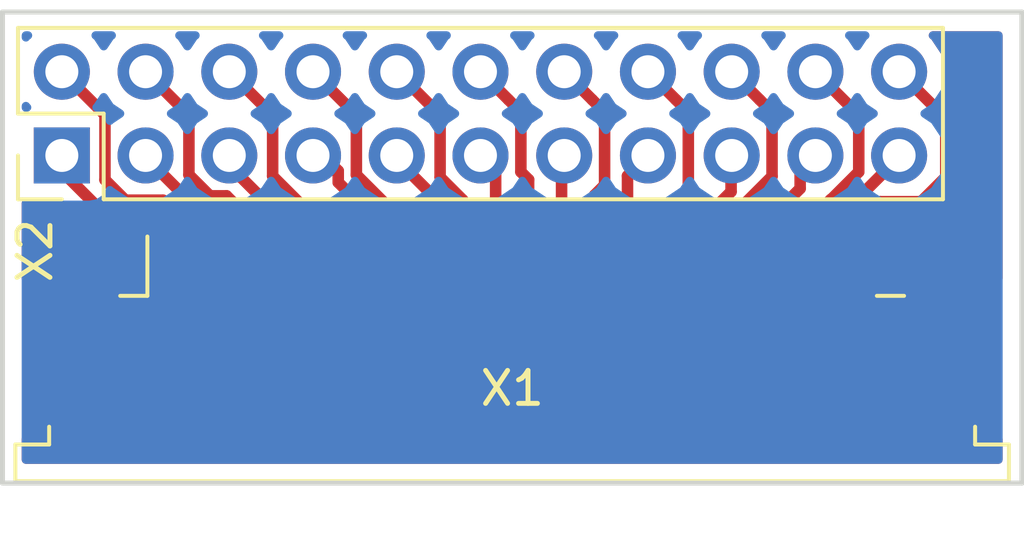
<source format=kicad_pcb>
(kicad_pcb (version 20171130) (host pcbnew 5.0.2-bee76a0~70~ubuntu18.04.1)

  (general
    (thickness 1.6)
    (drawings 6)
    (tracks 101)
    (zones 0)
    (modules 2)
    (nets 24)
  )

  (page A4)
  (layers
    (0 F.Cu signal)
    (31 B.Cu signal)
    (32 B.Adhes user)
    (33 F.Adhes user)
    (34 B.Paste user)
    (35 F.Paste user)
    (36 B.SilkS user)
    (37 F.SilkS user)
    (38 B.Mask user)
    (39 F.Mask user)
    (40 Dwgs.User user)
    (41 Cmts.User user)
    (42 Eco1.User user)
    (43 Eco2.User user)
    (44 Edge.Cuts user)
    (45 Margin user)
    (46 B.CrtYd user)
    (47 F.CrtYd user)
    (48 B.Fab user)
    (49 F.Fab user)
  )

  (setup
    (last_trace_width 0.25)
    (user_trace_width 0.35)
    (user_trace_width 0.4)
    (user_trace_width 0.5)
    (user_trace_width 1)
    (user_trace_width 1.5)
    (user_trace_width 2)
    (trace_clearance 0.2)
    (zone_clearance 0.508)
    (zone_45_only no)
    (trace_min 0.2)
    (segment_width 0.2)
    (edge_width 0.15)
    (via_size 0.8)
    (via_drill 0.4)
    (via_min_size 0.4)
    (via_min_drill 0.3)
    (uvia_size 0.3)
    (uvia_drill 0.1)
    (uvias_allowed no)
    (uvia_min_size 0.2)
    (uvia_min_drill 0.1)
    (pcb_text_width 0.3)
    (pcb_text_size 1.5 1.5)
    (mod_edge_width 0.15)
    (mod_text_size 1 1)
    (mod_text_width 0.15)
    (pad_size 1.524 1.524)
    (pad_drill 0.762)
    (pad_to_mask_clearance 0.051)
    (solder_mask_min_width 0.25)
    (aux_axis_origin 0 0)
    (visible_elements FFFFFF7F)
    (pcbplotparams
      (layerselection 0x010fc_ffffffff)
      (usegerberextensions false)
      (usegerberattributes false)
      (usegerberadvancedattributes false)
      (creategerberjobfile false)
      (excludeedgelayer true)
      (linewidth 0.100000)
      (plotframeref false)
      (viasonmask false)
      (mode 1)
      (useauxorigin false)
      (hpglpennumber 1)
      (hpglpenspeed 20)
      (hpglpendiameter 15.000000)
      (psnegative false)
      (psa4output false)
      (plotreference true)
      (plotvalue true)
      (plotinvisibletext false)
      (padsonsilk false)
      (subtractmaskfromsilk false)
      (outputformat 1)
      (mirror false)
      (drillshape 1)
      (scaleselection 1)
      (outputdirectory ""))
  )

  (net 0 "")
  (net 1 "Net-(X1-Pad1)")
  (net 2 "Net-(X1-Pad2)")
  (net 3 "Net-(X1-Pad3)")
  (net 4 "Net-(X1-Pad4)")
  (net 5 "Net-(X1-Pad5)")
  (net 6 "Net-(X1-Pad6)")
  (net 7 "Net-(X1-Pad7)")
  (net 8 "Net-(X1-Pad8)")
  (net 9 "Net-(X1-Pad9)")
  (net 10 "Net-(X1-Pad10)")
  (net 11 "Net-(X1-Pad11)")
  (net 12 "Net-(X1-Pad12)")
  (net 13 "Net-(X1-Pad13)")
  (net 14 "Net-(X1-Pad14)")
  (net 15 "Net-(X1-Pad15)")
  (net 16 "Net-(X1-Pad16)")
  (net 17 "Net-(X1-Pad17)")
  (net 18 "Net-(X1-Pad18)")
  (net 19 "Net-(X1-Pad19)")
  (net 20 "Net-(X1-Pad20)")
  (net 21 "Net-(X1-Pad21)")
  (net 22 "Net-(X1-Pad22)")
  (net 23 GND)

  (net_class Default "This is the default net class."
    (clearance 0.2)
    (trace_width 0.25)
    (via_dia 0.8)
    (via_drill 0.4)
    (uvia_dia 0.3)
    (uvia_drill 0.1)
    (add_net GND)
    (add_net "Net-(X1-Pad1)")
    (add_net "Net-(X1-Pad10)")
    (add_net "Net-(X1-Pad11)")
    (add_net "Net-(X1-Pad12)")
    (add_net "Net-(X1-Pad13)")
    (add_net "Net-(X1-Pad14)")
    (add_net "Net-(X1-Pad15)")
    (add_net "Net-(X1-Pad16)")
    (add_net "Net-(X1-Pad17)")
    (add_net "Net-(X1-Pad18)")
    (add_net "Net-(X1-Pad19)")
    (add_net "Net-(X1-Pad2)")
    (add_net "Net-(X1-Pad20)")
    (add_net "Net-(X1-Pad21)")
    (add_net "Net-(X1-Pad22)")
    (add_net "Net-(X1-Pad3)")
    (add_net "Net-(X1-Pad4)")
    (add_net "Net-(X1-Pad5)")
    (add_net "Net-(X1-Pad6)")
    (add_net "Net-(X1-Pad7)")
    (add_net "Net-(X1-Pad8)")
    (add_net "Net-(X1-Pad9)")
  )

  (module Connector_FFC-FPC:TE_2-84953-2_1x22-1MP_P1.0mm_Horizontal (layer F.Cu) (tedit 5AEE14E3) (tstamp 5E7C2B08)
    (at 148.58243 99.862898)
    (descr "TE FPC connector, 22 top-side contacts, 1.0mm pitch, 1.0mm height, SMT, http://www.te.com/commerce/DocumentDelivery/DDEController?Action=srchrtrv&DocNm=84953&DocType=Customer+Drawing&DocLang=English&DocFormat=pdf&PartCntxt=84953-4")
    (tags "te fpc 84953")
    (path /5E6E4357)
    (attr smd)
    (fp_text reference X1 (at 0.00508 1.89738) (layer F.SilkS)
      (effects (font (size 1 1) (thickness 0.15)))
    )
    (fp_text value "Molex 52207-2233" (at 0.42926 3.24866) (layer F.Fab)
      (effects (font (size 1 1) (thickness 0.15)))
    )
    (fp_line (start -13.935 -0.8) (end 13.935 -0.8) (layer F.Fab) (width 0.1))
    (fp_line (start 13.935 -0.8) (end 13.935 3.71) (layer F.Fab) (width 0.1))
    (fp_line (start 13.935 3.71) (end 14.96 3.71) (layer F.Fab) (width 0.1))
    (fp_line (start 14.96 3.71) (end 14.96 4.6) (layer F.Fab) (width 0.1))
    (fp_line (start 14.96 4.6) (end -14.96 4.6) (layer F.Fab) (width 0.1))
    (fp_line (start -14.96 4.6) (end -14.96 3.71) (layer F.Fab) (width 0.1))
    (fp_line (start -14.96 3.71) (end -13.935 3.71) (layer F.Fab) (width 0.1))
    (fp_line (start -13.935 3.71) (end -13.935 -0.8) (layer F.Fab) (width 0.1))
    (fp_line (start -11 -0.8) (end -10.5 0.2) (layer F.Fab) (width 0.1))
    (fp_line (start -10.5 0.2) (end -10 -0.8) (layer F.Fab) (width 0.1))
    (fp_line (start 13.935 4.6) (end 13.935 5.61) (layer F.Fab) (width 0.1))
    (fp_line (start 13.935 5.61) (end 14.96 5.61) (layer F.Fab) (width 0.1))
    (fp_line (start 14.96 5.61) (end 14.96 6.5) (layer F.Fab) (width 0.1))
    (fp_line (start 14.96 6.5) (end -14.96 6.5) (layer F.Fab) (width 0.1))
    (fp_line (start -14.96 6.5) (end -14.96 5.61) (layer F.Fab) (width 0.1))
    (fp_line (start -14.96 5.61) (end -13.935 5.61) (layer F.Fab) (width 0.1))
    (fp_line (start -13.935 5.61) (end -13.935 4.6) (layer F.Fab) (width 0.1))
    (fp_line (start 14.045 3.06) (end 14.045 3.6) (layer F.SilkS) (width 0.12))
    (fp_line (start 14.045 3.6) (end 15.07 3.6) (layer F.SilkS) (width 0.12))
    (fp_line (start 15.07 3.6) (end 15.07 4.71) (layer F.SilkS) (width 0.12))
    (fp_line (start 15.07 4.71) (end -15.07 4.71) (layer F.SilkS) (width 0.12))
    (fp_line (start -15.07 4.71) (end -15.07 3.6) (layer F.SilkS) (width 0.12))
    (fp_line (start -15.07 3.6) (end -14.045 3.6) (layer F.SilkS) (width 0.12))
    (fp_line (start -14.045 3.6) (end -14.045 3.06) (layer F.SilkS) (width 0.12))
    (fp_line (start -11.89 -0.91) (end -11.065 -0.91) (layer F.SilkS) (width 0.12))
    (fp_line (start -11.065 -0.91) (end -11.065 -2.71) (layer F.SilkS) (width 0.12))
    (fp_line (start 11.065 -0.91) (end 11.89 -0.91) (layer F.SilkS) (width 0.12))
    (fp_line (start -15.46 -3.3) (end -15.46 7) (layer F.CrtYd) (width 0.05))
    (fp_line (start -15.46 7) (end 15.46 7) (layer F.CrtYd) (width 0.05))
    (fp_line (start 15.46 7) (end 15.46 -3.3) (layer F.CrtYd) (width 0.05))
    (fp_line (start 15.46 -3.3) (end -15.46 -3.3) (layer F.CrtYd) (width 0.05))
    (fp_text user %R (at 0 1.9) (layer F.Fab)
      (effects (font (size 1 1) (thickness 0.15)))
    )
    (pad 1 smd rect (at -10.5 -1.8) (size 0.61 2) (layers F.Cu F.Paste F.Mask)
      (net 1 "Net-(X1-Pad1)"))
    (pad 2 smd rect (at -9.5 -1.8) (size 0.61 2) (layers F.Cu F.Paste F.Mask)
      (net 2 "Net-(X1-Pad2)"))
    (pad 3 smd rect (at -8.5 -1.8) (size 0.61 2) (layers F.Cu F.Paste F.Mask)
      (net 3 "Net-(X1-Pad3)"))
    (pad 4 smd rect (at -7.5 -1.8) (size 0.61 2) (layers F.Cu F.Paste F.Mask)
      (net 4 "Net-(X1-Pad4)"))
    (pad 5 smd rect (at -6.5 -1.8) (size 0.61 2) (layers F.Cu F.Paste F.Mask)
      (net 5 "Net-(X1-Pad5)"))
    (pad 6 smd rect (at -5.5 -1.8) (size 0.61 2) (layers F.Cu F.Paste F.Mask)
      (net 6 "Net-(X1-Pad6)"))
    (pad 7 smd rect (at -4.5 -1.8) (size 0.61 2) (layers F.Cu F.Paste F.Mask)
      (net 7 "Net-(X1-Pad7)"))
    (pad 8 smd rect (at -3.5 -1.8) (size 0.61 2) (layers F.Cu F.Paste F.Mask)
      (net 8 "Net-(X1-Pad8)"))
    (pad 9 smd rect (at -2.5 -1.8) (size 0.61 2) (layers F.Cu F.Paste F.Mask)
      (net 9 "Net-(X1-Pad9)"))
    (pad 10 smd rect (at -1.5 -1.8) (size 0.61 2) (layers F.Cu F.Paste F.Mask)
      (net 10 "Net-(X1-Pad10)"))
    (pad 11 smd rect (at -0.5 -1.8) (size 0.61 2) (layers F.Cu F.Paste F.Mask)
      (net 11 "Net-(X1-Pad11)"))
    (pad 12 smd rect (at 0.5 -1.8) (size 0.61 2) (layers F.Cu F.Paste F.Mask)
      (net 12 "Net-(X1-Pad12)"))
    (pad 13 smd rect (at 1.5 -1.8) (size 0.61 2) (layers F.Cu F.Paste F.Mask)
      (net 13 "Net-(X1-Pad13)"))
    (pad 14 smd rect (at 2.5 -1.8) (size 0.61 2) (layers F.Cu F.Paste F.Mask)
      (net 14 "Net-(X1-Pad14)"))
    (pad 15 smd rect (at 3.5 -1.8) (size 0.61 2) (layers F.Cu F.Paste F.Mask)
      (net 15 "Net-(X1-Pad15)"))
    (pad 16 smd rect (at 4.5 -1.8) (size 0.61 2) (layers F.Cu F.Paste F.Mask)
      (net 16 "Net-(X1-Pad16)"))
    (pad 17 smd rect (at 5.5 -1.8) (size 0.61 2) (layers F.Cu F.Paste F.Mask)
      (net 17 "Net-(X1-Pad17)"))
    (pad 18 smd rect (at 6.5 -1.8) (size 0.61 2) (layers F.Cu F.Paste F.Mask)
      (net 18 "Net-(X1-Pad18)"))
    (pad 19 smd rect (at 7.5 -1.8) (size 0.61 2) (layers F.Cu F.Paste F.Mask)
      (net 19 "Net-(X1-Pad19)"))
    (pad 20 smd rect (at 8.5 -1.8) (size 0.61 2) (layers F.Cu F.Paste F.Mask)
      (net 20 "Net-(X1-Pad20)"))
    (pad 21 smd rect (at 9.5 -1.8) (size 0.61 2) (layers F.Cu F.Paste F.Mask)
      (net 21 "Net-(X1-Pad21)"))
    (pad 22 smd rect (at 10.5 -1.8) (size 0.61 2) (layers F.Cu F.Paste F.Mask)
      (net 22 "Net-(X1-Pad22)"))
    (pad MP smd rect (at -13.49 1) (size 2.68 3.6) (layers F.Cu F.Paste F.Mask)
      (net 23 GND))
    (pad MP smd rect (at 13.49 1) (size 2.68 3.6) (layers F.Cu F.Paste F.Mask)
      (net 23 GND))
    (model ${KISYS3DMOD}/Connector_FFC-FPC.3dshapes/TE_2-84953-2_1x22-1MP_P1.0mm_Horizontal.wrl
      (at (xyz 0 0 0))
      (scale (xyz 1 1 1))
      (rotate (xyz 0 0 0))
    )
  )

  (module Connector_PinHeader_2.54mm:PinHeader_2x11_P2.54mm_Vertical (layer F.Cu) (tedit 59FED5CC) (tstamp 5E7C3773)
    (at 134.92231 94.693998 90)
    (descr "Through hole straight pin header, 2x11, 2.54mm pitch, double rows")
    (tags "Through hole pin header THT 2x11 2.54mm double row")
    (path /5E6E4581)
    (fp_text reference X2 (at -2.88798 -0.81534 90) (layer F.SilkS)
      (effects (font (size 1 1) (thickness 0.15)))
    )
    (fp_text value Conn_01x22 (at 0.04318 28.23718 90) (layer F.Fab)
      (effects (font (size 1 1) (thickness 0.15)))
    )
    (fp_line (start 0 -1.27) (end 3.81 -1.27) (layer F.Fab) (width 0.1))
    (fp_line (start 3.81 -1.27) (end 3.81 26.67) (layer F.Fab) (width 0.1))
    (fp_line (start 3.81 26.67) (end -1.27 26.67) (layer F.Fab) (width 0.1))
    (fp_line (start -1.27 26.67) (end -1.27 0) (layer F.Fab) (width 0.1))
    (fp_line (start -1.27 0) (end 0 -1.27) (layer F.Fab) (width 0.1))
    (fp_line (start -1.33 26.73) (end 3.87 26.73) (layer F.SilkS) (width 0.12))
    (fp_line (start -1.33 1.27) (end -1.33 26.73) (layer F.SilkS) (width 0.12))
    (fp_line (start 3.87 -1.33) (end 3.87 26.73) (layer F.SilkS) (width 0.12))
    (fp_line (start -1.33 1.27) (end 1.27 1.27) (layer F.SilkS) (width 0.12))
    (fp_line (start 1.27 1.27) (end 1.27 -1.33) (layer F.SilkS) (width 0.12))
    (fp_line (start 1.27 -1.33) (end 3.87 -1.33) (layer F.SilkS) (width 0.12))
    (fp_line (start -1.33 0) (end -1.33 -1.33) (layer F.SilkS) (width 0.12))
    (fp_line (start -1.33 -1.33) (end 0 -1.33) (layer F.SilkS) (width 0.12))
    (fp_line (start -1.8 -1.8) (end -1.8 27.2) (layer F.CrtYd) (width 0.05))
    (fp_line (start -1.8 27.2) (end 4.35 27.2) (layer F.CrtYd) (width 0.05))
    (fp_line (start 4.35 27.2) (end 4.35 -1.8) (layer F.CrtYd) (width 0.05))
    (fp_line (start 4.35 -1.8) (end -1.8 -1.8) (layer F.CrtYd) (width 0.05))
    (fp_text user %R (at -2.87782 -0.80772 -90) (layer F.Fab)
      (effects (font (size 1 1) (thickness 0.15)))
    )
    (pad 1 thru_hole rect (at 0 0 90) (size 1.7 1.7) (drill 1) (layers *.Cu *.Mask)
      (net 1 "Net-(X1-Pad1)"))
    (pad 2 thru_hole oval (at 2.54 0 90) (size 1.7 1.7) (drill 1) (layers *.Cu *.Mask)
      (net 2 "Net-(X1-Pad2)"))
    (pad 3 thru_hole oval (at 0 2.54 90) (size 1.7 1.7) (drill 1) (layers *.Cu *.Mask)
      (net 3 "Net-(X1-Pad3)"))
    (pad 4 thru_hole oval (at 2.54 2.54 90) (size 1.7 1.7) (drill 1) (layers *.Cu *.Mask)
      (net 4 "Net-(X1-Pad4)"))
    (pad 5 thru_hole oval (at 0 5.08 90) (size 1.7 1.7) (drill 1) (layers *.Cu *.Mask)
      (net 5 "Net-(X1-Pad5)"))
    (pad 6 thru_hole oval (at 2.54 5.08 90) (size 1.7 1.7) (drill 1) (layers *.Cu *.Mask)
      (net 6 "Net-(X1-Pad6)"))
    (pad 7 thru_hole oval (at 0 7.62 90) (size 1.7 1.7) (drill 1) (layers *.Cu *.Mask)
      (net 7 "Net-(X1-Pad7)"))
    (pad 8 thru_hole oval (at 2.54 7.62 90) (size 1.7 1.7) (drill 1) (layers *.Cu *.Mask)
      (net 8 "Net-(X1-Pad8)"))
    (pad 9 thru_hole oval (at 0 10.16 90) (size 1.7 1.7) (drill 1) (layers *.Cu *.Mask)
      (net 9 "Net-(X1-Pad9)"))
    (pad 10 thru_hole oval (at 2.54 10.16 90) (size 1.7 1.7) (drill 1) (layers *.Cu *.Mask)
      (net 10 "Net-(X1-Pad10)"))
    (pad 11 thru_hole oval (at 0 12.7 90) (size 1.7 1.7) (drill 1) (layers *.Cu *.Mask)
      (net 11 "Net-(X1-Pad11)"))
    (pad 12 thru_hole oval (at 2.54 12.7 90) (size 1.7 1.7) (drill 1) (layers *.Cu *.Mask)
      (net 12 "Net-(X1-Pad12)"))
    (pad 13 thru_hole oval (at 0 15.24 90) (size 1.7 1.7) (drill 1) (layers *.Cu *.Mask)
      (net 13 "Net-(X1-Pad13)"))
    (pad 14 thru_hole oval (at 2.54 15.24 90) (size 1.7 1.7) (drill 1) (layers *.Cu *.Mask)
      (net 14 "Net-(X1-Pad14)"))
    (pad 15 thru_hole oval (at 0 17.78 90) (size 1.7 1.7) (drill 1) (layers *.Cu *.Mask)
      (net 15 "Net-(X1-Pad15)"))
    (pad 16 thru_hole oval (at 2.54 17.78 90) (size 1.7 1.7) (drill 1) (layers *.Cu *.Mask)
      (net 16 "Net-(X1-Pad16)"))
    (pad 17 thru_hole oval (at 0 20.32 90) (size 1.7 1.7) (drill 1) (layers *.Cu *.Mask)
      (net 17 "Net-(X1-Pad17)"))
    (pad 18 thru_hole oval (at 2.54 20.32 90) (size 1.7 1.7) (drill 1) (layers *.Cu *.Mask)
      (net 18 "Net-(X1-Pad18)"))
    (pad 19 thru_hole oval (at 0 22.86 90) (size 1.7 1.7) (drill 1) (layers *.Cu *.Mask)
      (net 19 "Net-(X1-Pad19)"))
    (pad 20 thru_hole oval (at 2.54 22.86 90) (size 1.7 1.7) (drill 1) (layers *.Cu *.Mask)
      (net 20 "Net-(X1-Pad20)"))
    (pad 21 thru_hole oval (at 0 25.4 90) (size 1.7 1.7) (drill 1) (layers *.Cu *.Mask)
      (net 21 "Net-(X1-Pad21)"))
    (pad 22 thru_hole oval (at 2.54 25.4 90) (size 1.7 1.7) (drill 1) (layers *.Cu *.Mask)
      (net 22 "Net-(X1-Pad22)"))
    (model ${KISYS3DMOD}/Connector_PinHeader_2.54mm.3dshapes/PinHeader_2x11_P2.54mm_Vertical.wrl
      (at (xyz 0 0 0))
      (scale (xyz 1 1 1))
      (rotate (xyz 0 0 0))
    )
  )

  (gr_text llg.cubic.org (at 149.21235 97.973138) (layer B.Mask)
    (effects (font (size 1.5 1.5) (thickness 0.3)) (justify mirror))
  )
  (gr_text "22pin FPC/FFC Adapter" (at 148.61037 101.424998) (layer B.Mask)
    (effects (font (size 1.5 1.5) (thickness 0.3)) (justify mirror))
  )
  (gr_line (start 164.04595 90.342978) (end 164.04595 104.635558) (layer Edge.Cuts) (width 0.15))
  (gr_line (start 133.12145 90.342978) (end 164.04595 90.342978) (layer Edge.Cuts) (width 0.15))
  (gr_line (start 133.12145 104.633018) (end 133.12145 90.342978) (layer Edge.Cuts) (width 0.15))
  (gr_line (start 164.04595 104.633018) (end 133.12145 104.633018) (layer Edge.Cuts) (width 0.15))

  (segment (start 137.793837 96.632018) (end 138.08243 96.920611) (width 0.35) (layer F.Cu) (net 1))
  (segment (start 136.38027 96.632018) (end 137.793837 96.632018) (width 0.35) (layer F.Cu) (net 1))
  (segment (start 138.08243 96.920611) (end 138.08243 98.062898) (width 0.35) (layer F.Cu) (net 1))
  (segment (start 134.92231 94.693998) (end 134.92231 95.174058) (width 0.35) (layer F.Cu) (net 1))
  (segment (start 134.92231 95.174058) (end 136.38027 96.632018) (width 0.35) (layer F.Cu) (net 1))
  (segment (start 136.23041 93.462098) (end 134.92231 92.153998) (width 0.35) (layer F.Cu) (net 2))
  (segment (start 136.84763 96.050358) (end 136.23041 95.433138) (width 0.35) (layer F.Cu) (net 2))
  (segment (start 137.990007 96.050358) (end 136.84763 96.050358) (width 0.35) (layer F.Cu) (net 2))
  (segment (start 139.08243 98.062898) (end 139.08243 97.142781) (width 0.35) (layer F.Cu) (net 2))
  (segment (start 136.23041 95.433138) (end 136.23041 93.462098) (width 0.35) (layer F.Cu) (net 2))
  (segment (start 139.08243 97.142781) (end 137.990007 96.050358) (width 0.35) (layer F.Cu) (net 2))
  (segment (start 140.08243 96.983918) (end 140.08243 98.062898) (width 0.35) (layer F.Cu) (net 3))
  (segment (start 139.567521 96.469009) (end 140.08243 96.983918) (width 0.35) (layer F.Cu) (net 3))
  (segment (start 139.186488 96.469009) (end 139.567521 96.469009) (width 0.35) (layer F.Cu) (net 3))
  (segment (start 137.46231 94.744831) (end 139.186488 96.469009) (width 0.35) (layer F.Cu) (net 3))
  (segment (start 137.46231 94.693998) (end 137.46231 94.744831) (width 0.35) (layer F.Cu) (net 3))
  (segment (start 138.777309 93.468997) (end 137.46231 92.153998) (width 0.35) (layer F.Cu) (net 4))
  (segment (start 139.414309 95.918999) (end 138.777309 95.281999) (width 0.35) (layer F.Cu) (net 4))
  (segment (start 138.777309 95.281999) (end 138.777309 93.468997) (width 0.35) (layer F.Cu) (net 4))
  (segment (start 139.918533 95.918999) (end 139.414309 95.918999) (width 0.35) (layer F.Cu) (net 4))
  (segment (start 141.08243 98.062898) (end 141.08243 97.082896) (width 0.35) (layer F.Cu) (net 4))
  (segment (start 141.08243 97.082896) (end 139.918533 95.918999) (width 0.35) (layer F.Cu) (net 4))
  (segment (start 140.00231 95.002776) (end 140.00231 94.693998) (width 0.35) (layer F.Cu) (net 5))
  (segment (start 142.08243 97.082896) (end 140.00231 95.002776) (width 0.35) (layer F.Cu) (net 5))
  (segment (start 142.08243 98.062898) (end 142.08243 97.082896) (width 0.35) (layer F.Cu) (net 5))
  (segment (start 141.317309 95.320657) (end 141.317309 93.468997) (width 0.35) (layer F.Cu) (net 6))
  (segment (start 142.48135 96.484698) (end 141.317309 95.320657) (width 0.35) (layer F.Cu) (net 6))
  (segment (start 142.85423 96.484698) (end 142.48135 96.484698) (width 0.35) (layer F.Cu) (net 6))
  (segment (start 143.08243 98.062898) (end 143.08243 96.712898) (width 0.35) (layer F.Cu) (net 6))
  (segment (start 141.317309 93.468997) (end 140.00231 92.153998) (width 0.35) (layer F.Cu) (net 6))
  (segment (start 143.08243 96.712898) (end 142.85423 96.484698) (width 0.35) (layer F.Cu) (net 6))
  (segment (start 144.08243 96.28495) (end 144.08243 98.062898) (width 0.35) (layer F.Cu) (net 7))
  (segment (start 143.307299 95.509819) (end 144.08243 96.28495) (width 0.35) (layer F.Cu) (net 7))
  (segment (start 143.307299 95.161807) (end 143.307299 95.509819) (width 0.35) (layer F.Cu) (net 7))
  (segment (start 142.54231 94.693998) (end 142.83949 94.693998) (width 0.35) (layer F.Cu) (net 7))
  (segment (start 142.83949 94.693998) (end 143.307299 95.161807) (width 0.35) (layer F.Cu) (net 7))
  (segment (start 143.857309 93.468997) (end 142.54231 92.153998) (width 0.35) (layer F.Cu) (net 8))
  (segment (start 145.08243 98.062898) (end 145.08243 96.50712) (width 0.35) (layer F.Cu) (net 8))
  (segment (start 143.857309 95.281999) (end 143.857309 93.468997) (width 0.35) (layer F.Cu) (net 8))
  (segment (start 145.08243 96.50712) (end 143.857309 95.281999) (width 0.35) (layer F.Cu) (net 8))
  (segment (start 146.08243 95.819169) (end 146.08243 98.062898) (width 0.35) (layer F.Cu) (net 9))
  (segment (start 145.08231 94.693998) (end 145.08231 94.819049) (width 0.35) (layer F.Cu) (net 9))
  (segment (start 145.08231 94.819049) (end 146.08243 95.819169) (width 0.35) (layer F.Cu) (net 9))
  (segment (start 147.08243 96.041338) (end 147.08243 96.929198) (width 0.35) (layer F.Cu) (net 10))
  (segment (start 147.08243 96.929198) (end 147.08243 98.062898) (width 0.35) (layer F.Cu) (net 10))
  (segment (start 146.397309 95.356217) (end 147.08243 96.041338) (width 0.35) (layer F.Cu) (net 10))
  (segment (start 146.397309 93.468997) (end 146.397309 95.356217) (width 0.35) (layer F.Cu) (net 10))
  (segment (start 145.08231 92.153998) (end 146.397309 93.468997) (width 0.35) (layer F.Cu) (net 10))
  (segment (start 148.08243 95.154118) (end 147.62231 94.693998) (width 0.35) (layer F.Cu) (net 11))
  (segment (start 148.08243 98.062898) (end 148.08243 95.154118) (width 0.35) (layer F.Cu) (net 11))
  (segment (start 148.847311 93.378999) (end 148.472309 93.003997) (width 0.35) (layer F.Cu) (net 12))
  (segment (start 148.847311 95.192001) (end 148.847311 93.378999) (width 0.35) (layer F.Cu) (net 12))
  (segment (start 148.472309 93.003997) (end 147.62231 92.153998) (width 0.35) (layer F.Cu) (net 12))
  (segment (start 149.08243 95.42712) (end 148.847311 95.192001) (width 0.35) (layer F.Cu) (net 12))
  (segment (start 149.08243 98.062898) (end 149.08243 95.42712) (width 0.35) (layer F.Cu) (net 12))
  (segment (start 150.08243 94.773878) (end 150.16231 94.693998) (width 0.35) (layer F.Cu) (net 13))
  (segment (start 150.08243 98.062898) (end 150.08243 94.773878) (width 0.35) (layer F.Cu) (net 13))
  (segment (start 151.08243 95.898039) (end 151.387311 95.593158) (width 0.35) (layer F.Cu) (net 14))
  (segment (start 151.08243 98.062898) (end 151.08243 95.898039) (width 0.35) (layer F.Cu) (net 14))
  (segment (start 151.012309 93.003997) (end 150.16231 92.153998) (width 0.35) (layer F.Cu) (net 14))
  (segment (start 151.387311 95.593158) (end 151.387311 93.378999) (width 0.35) (layer F.Cu) (net 14))
  (segment (start 151.387311 93.378999) (end 151.012309 93.003997) (width 0.35) (layer F.Cu) (net 14))
  (segment (start 152.08243 95.313878) (end 152.70231 94.693998) (width 0.35) (layer F.Cu) (net 15))
  (segment (start 152.08243 98.062898) (end 152.08243 95.313878) (width 0.35) (layer F.Cu) (net 15))
  (segment (start 153.552309 93.003997) (end 152.70231 92.153998) (width 0.35) (layer F.Cu) (net 16))
  (segment (start 153.927311 93.378999) (end 153.552309 93.003997) (width 0.35) (layer F.Cu) (net 16))
  (segment (start 153.927311 95.868017) (end 153.927311 93.378999) (width 0.35) (layer F.Cu) (net 16))
  (segment (start 153.08243 96.712898) (end 153.927311 95.868017) (width 0.35) (layer F.Cu) (net 16))
  (segment (start 153.08243 98.062898) (end 153.08243 96.712898) (width 0.35) (layer F.Cu) (net 16))
  (segment (start 154.08243 98.062898) (end 154.082431 96.935067) (width 0.35) (layer F.Cu) (net 17))
  (segment (start 154.082431 96.935067) (end 155.22453 95.792968) (width 0.35) (layer F.Cu) (net 17))
  (segment (start 155.22453 94.711778) (end 155.24231 94.693998) (width 0.35) (layer F.Cu) (net 17))
  (segment (start 155.22453 95.792968) (end 155.22453 94.711778) (width 0.35) (layer F.Cu) (net 17))
  (segment (start 156.467311 93.378999) (end 156.092309 93.003997) (width 0.35) (layer F.Cu) (net 18))
  (segment (start 156.467311 95.328017) (end 156.467311 93.378999) (width 0.35) (layer F.Cu) (net 18))
  (segment (start 156.092309 93.003997) (end 155.24231 92.153998) (width 0.35) (layer F.Cu) (net 18))
  (segment (start 155.08243 96.712898) (end 156.467311 95.328017) (width 0.35) (layer F.Cu) (net 18))
  (segment (start 155.08243 98.062898) (end 155.08243 96.712898) (width 0.35) (layer F.Cu) (net 18))
  (segment (start 157.32003 95.156278) (end 157.78231 94.693998) (width 0.35) (layer F.Cu) (net 19))
  (segment (start 157.32003 95.697468) (end 157.32003 95.156278) (width 0.35) (layer F.Cu) (net 19))
  (segment (start 156.08243 98.062898) (end 156.082431 96.935067) (width 0.35) (layer F.Cu) (net 19))
  (segment (start 156.082431 96.935067) (end 157.32003 95.697468) (width 0.35) (layer F.Cu) (net 19))
  (segment (start 159.097309 93.468997) (end 159.097309 95.192001) (width 0.35) (layer F.Cu) (net 20))
  (segment (start 157.78231 92.153998) (end 159.097309 93.468997) (width 0.35) (layer F.Cu) (net 20))
  (segment (start 158.261812 96.027498) (end 158.25221 96.027498) (width 0.35) (layer F.Cu) (net 20))
  (segment (start 159.097309 95.192001) (end 158.261812 96.027498) (width 0.35) (layer F.Cu) (net 20))
  (segment (start 158.25221 96.027498) (end 157.72389 96.555818) (width 0.35) (layer F.Cu) (net 20))
  (segment (start 157.40247 96.555818) (end 157.08243 96.875858) (width 0.35) (layer F.Cu) (net 20))
  (segment (start 157.72389 96.555818) (end 157.40247 96.555818) (width 0.35) (layer F.Cu) (net 20))
  (segment (start 157.08243 96.875858) (end 157.08243 98.062898) (width 0.35) (layer F.Cu) (net 20))
  (segment (start 158.08243 96.984711) (end 158.08243 98.062898) (width 0.35) (layer F.Cu) (net 21))
  (segment (start 160.32231 94.744831) (end 158.08243 96.984711) (width 0.35) (layer F.Cu) (net 21))
  (segment (start 160.32231 94.693998) (end 160.32231 94.744831) (width 0.35) (layer F.Cu) (net 21))
  (segment (start 161.73709 95.349318) (end 161.73709 93.568778) (width 0.35) (layer F.Cu) (net 22))
  (segment (start 159.08243 97.367898) (end 159.08533 97.364998) (width 0.35) (layer F.Cu) (net 22))
  (segment (start 159.08243 98.062898) (end 159.08243 97.367898) (width 0.35) (layer F.Cu) (net 22))
  (segment (start 161.73709 93.568778) (end 160.32231 92.153998) (width 0.35) (layer F.Cu) (net 22))
  (segment (start 159.75081 96.096078) (end 160.99033 96.096078) (width 0.35) (layer F.Cu) (net 22))
  (segment (start 160.99033 96.096078) (end 161.73709 95.349318) (width 0.35) (layer F.Cu) (net 22))
  (segment (start 159.08533 97.364998) (end 159.08533 96.761558) (width 0.35) (layer F.Cu) (net 22))
  (segment (start 159.08533 96.761558) (end 159.75081 96.096078) (width 0.35) (layer F.Cu) (net 22))

  (zone (net 23) (net_name GND) (layer F.Cu) (tstamp 5E7C83EB) (hatch edge 0.508)
    (connect_pads (clearance 0.508))
    (min_thickness 0.254)
    (fill yes (arc_segments 16) (thermal_gap 0.508) (thermal_bridge_width 0.508))
    (polygon
      (pts
        (xy 163.97229 90.416638) (xy 163.97229 104.559358) (xy 133.19511 104.559358) (xy 133.19257 90.414098)
      )
    )
    (filled_polygon
      (pts
        (xy 163.335951 98.427898) (xy 162.35818 98.427898) (xy 162.19943 98.586648) (xy 162.19943 100.735898) (xy 162.21943 100.735898)
        (xy 162.21943 100.989898) (xy 162.19943 100.989898) (xy 162.19943 103.139148) (xy 162.35818 103.297898) (xy 163.335951 103.297898)
        (xy 163.335951 103.923018) (xy 133.83145 103.923018) (xy 133.83145 103.297898) (xy 134.80668 103.297898) (xy 134.96543 103.139148)
        (xy 134.96543 100.989898) (xy 135.21943 100.989898) (xy 135.21943 103.139148) (xy 135.37818 103.297898) (xy 136.558739 103.297898)
        (xy 136.792128 103.201225) (xy 136.970757 103.022597) (xy 137.06743 102.789208) (xy 137.06743 101.148648) (xy 160.09743 101.148648)
        (xy 160.09743 102.789208) (xy 160.194103 103.022597) (xy 160.372732 103.201225) (xy 160.606121 103.297898) (xy 161.78668 103.297898)
        (xy 161.94543 103.139148) (xy 161.94543 100.989898) (xy 160.25618 100.989898) (xy 160.09743 101.148648) (xy 137.06743 101.148648)
        (xy 136.90868 100.989898) (xy 135.21943 100.989898) (xy 134.96543 100.989898) (xy 134.94543 100.989898) (xy 134.94543 100.735898)
        (xy 134.96543 100.735898) (xy 134.96543 98.586648) (xy 135.21943 98.586648) (xy 135.21943 100.735898) (xy 136.90868 100.735898)
        (xy 137.06743 100.577148) (xy 137.06743 98.936588) (xy 136.970757 98.703199) (xy 136.792128 98.524571) (xy 136.558739 98.427898)
        (xy 135.37818 98.427898) (xy 135.21943 98.586648) (xy 134.96543 98.586648) (xy 134.80668 98.427898) (xy 133.83145 98.427898)
        (xy 133.83145 96.143528) (xy 134.07231 96.191438) (xy 134.794178 96.191438) (xy 135.751104 97.148365) (xy 135.796293 97.215995)
        (xy 135.8906 97.279009) (xy 136.064223 97.395021) (xy 136.38027 97.457886) (xy 136.460044 97.442018) (xy 137.12999 97.442018)
        (xy 137.12999 99.062898) (xy 137.179273 99.310663) (xy 137.319621 99.520707) (xy 137.529665 99.661055) (xy 137.77743 99.710338)
        (xy 138.38743 99.710338) (xy 138.58243 99.67155) (xy 138.77743 99.710338) (xy 139.38743 99.710338) (xy 139.58243 99.67155)
        (xy 139.77743 99.710338) (xy 140.38743 99.710338) (xy 140.58243 99.67155) (xy 140.77743 99.710338) (xy 141.38743 99.710338)
        (xy 141.58243 99.67155) (xy 141.77743 99.710338) (xy 142.38743 99.710338) (xy 142.58243 99.67155) (xy 142.77743 99.710338)
        (xy 143.38743 99.710338) (xy 143.58243 99.67155) (xy 143.77743 99.710338) (xy 144.38743 99.710338) (xy 144.58243 99.67155)
        (xy 144.77743 99.710338) (xy 145.38743 99.710338) (xy 145.58243 99.67155) (xy 145.77743 99.710338) (xy 146.38743 99.710338)
        (xy 146.58243 99.67155) (xy 146.77743 99.710338) (xy 147.38743 99.710338) (xy 147.58243 99.67155) (xy 147.77743 99.710338)
        (xy 148.38743 99.710338) (xy 148.58243 99.67155) (xy 148.77743 99.710338) (xy 149.38743 99.710338) (xy 149.58243 99.67155)
        (xy 149.77743 99.710338) (xy 150.38743 99.710338) (xy 150.58243 99.67155) (xy 150.77743 99.710338) (xy 151.38743 99.710338)
        (xy 151.58243 99.67155) (xy 151.77743 99.710338) (xy 152.38743 99.710338) (xy 152.58243 99.67155) (xy 152.77743 99.710338)
        (xy 153.38743 99.710338) (xy 153.58243 99.67155) (xy 153.77743 99.710338) (xy 154.38743 99.710338) (xy 154.58243 99.67155)
        (xy 154.77743 99.710338) (xy 155.38743 99.710338) (xy 155.58243 99.67155) (xy 155.77743 99.710338) (xy 156.38743 99.710338)
        (xy 156.58243 99.67155) (xy 156.77743 99.710338) (xy 157.38743 99.710338) (xy 157.58243 99.67155) (xy 157.77743 99.710338)
        (xy 158.38743 99.710338) (xy 158.58243 99.67155) (xy 158.77743 99.710338) (xy 159.38743 99.710338) (xy 159.635195 99.661055)
        (xy 159.845239 99.520707) (xy 159.985587 99.310663) (xy 160.03487 99.062898) (xy 160.03487 98.936588) (xy 160.09743 98.936588)
        (xy 160.09743 100.577148) (xy 160.25618 100.735898) (xy 161.94543 100.735898) (xy 161.94543 98.586648) (xy 161.78668 98.427898)
        (xy 160.606121 98.427898) (xy 160.372732 98.524571) (xy 160.194103 98.703199) (xy 160.09743 98.936588) (xy 160.03487 98.936588)
        (xy 160.03487 97.062898) (xy 160.017389 96.975012) (xy 160.086323 96.906078) (xy 160.910557 96.906078) (xy 160.99033 96.921946)
        (xy 161.070103 96.906078) (xy 161.070104 96.906078) (xy 161.306376 96.859081) (xy 161.574307 96.680055) (xy 161.619498 96.612422)
        (xy 162.253437 95.978484) (xy 162.321067 95.933295) (xy 162.500093 95.665364) (xy 162.54709 95.429092) (xy 162.54709 95.429091)
        (xy 162.562958 95.349319) (xy 162.54709 95.269546) (xy 162.54709 93.64855) (xy 162.562958 93.568777) (xy 162.541738 93.462098)
        (xy 162.500093 93.252732) (xy 162.321067 92.984801) (xy 162.253437 92.939612) (xy 161.775251 92.461426) (xy 161.836402 92.153998)
        (xy 161.721149 91.57458) (xy 161.392935 91.083373) (xy 161.347446 91.052978) (xy 163.33595 91.052978)
      )
    )
  )
  (zone (net 0) (net_name "") (layer B.Cu) (tstamp 5E7C83E8) (hatch edge 0.508)
    (connect_pads (clearance 0.508))
    (min_thickness 0.254)
    (fill yes (arc_segments 16) (thermal_gap 0.508) (thermal_bridge_width 0.508))
    (polygon
      (pts
        (xy 133.19506 90.41638) (xy 163.97478 90.41384) (xy 163.97224 104.5591) (xy 133.19506 104.5591)
      )
    )
    (filled_polygon
      (pts
        (xy 163.335951 103.923018) (xy 133.83145 103.923018) (xy 133.83145 96.143528) (xy 134.07231 96.191438) (xy 135.77231 96.191438)
        (xy 136.020075 96.142155) (xy 136.230119 96.001807) (xy 136.370467 95.791763) (xy 136.379494 95.746379) (xy 136.391685 95.764623)
        (xy 136.882892 96.092837) (xy 137.316054 96.178998) (xy 137.608566 96.178998) (xy 138.041728 96.092837) (xy 138.532935 95.764623)
        (xy 138.73231 95.466237) (xy 138.931685 95.764623) (xy 139.422892 96.092837) (xy 139.856054 96.178998) (xy 140.148566 96.178998)
        (xy 140.581728 96.092837) (xy 141.072935 95.764623) (xy 141.27231 95.466237) (xy 141.471685 95.764623) (xy 141.962892 96.092837)
        (xy 142.396054 96.178998) (xy 142.688566 96.178998) (xy 143.121728 96.092837) (xy 143.612935 95.764623) (xy 143.81231 95.466237)
        (xy 144.011685 95.764623) (xy 144.502892 96.092837) (xy 144.936054 96.178998) (xy 145.228566 96.178998) (xy 145.661728 96.092837)
        (xy 146.152935 95.764623) (xy 146.35231 95.466237) (xy 146.551685 95.764623) (xy 147.042892 96.092837) (xy 147.476054 96.178998)
        (xy 147.768566 96.178998) (xy 148.201728 96.092837) (xy 148.692935 95.764623) (xy 148.89231 95.466237) (xy 149.091685 95.764623)
        (xy 149.582892 96.092837) (xy 150.016054 96.178998) (xy 150.308566 96.178998) (xy 150.741728 96.092837) (xy 151.232935 95.764623)
        (xy 151.43231 95.466237) (xy 151.631685 95.764623) (xy 152.122892 96.092837) (xy 152.556054 96.178998) (xy 152.848566 96.178998)
        (xy 153.281728 96.092837) (xy 153.772935 95.764623) (xy 153.97231 95.466237) (xy 154.171685 95.764623) (xy 154.662892 96.092837)
        (xy 155.096054 96.178998) (xy 155.388566 96.178998) (xy 155.821728 96.092837) (xy 156.312935 95.764623) (xy 156.51231 95.466237)
        (xy 156.711685 95.764623) (xy 157.202892 96.092837) (xy 157.636054 96.178998) (xy 157.928566 96.178998) (xy 158.361728 96.092837)
        (xy 158.852935 95.764623) (xy 159.05231 95.466237) (xy 159.251685 95.764623) (xy 159.742892 96.092837) (xy 160.176054 96.178998)
        (xy 160.468566 96.178998) (xy 160.901728 96.092837) (xy 161.392935 95.764623) (xy 161.721149 95.273416) (xy 161.836402 94.693998)
        (xy 161.721149 94.11458) (xy 161.392935 93.623373) (xy 161.094549 93.423998) (xy 161.392935 93.224623) (xy 161.721149 92.733416)
        (xy 161.836402 92.153998) (xy 161.721149 91.57458) (xy 161.392935 91.083373) (xy 161.347446 91.052978) (xy 163.33595 91.052978)
      )
    )
    (filled_polygon
      (pts
        (xy 144.011685 93.224623) (xy 144.310071 93.423998) (xy 144.011685 93.623373) (xy 143.81231 93.921759) (xy 143.612935 93.623373)
        (xy 143.314549 93.423998) (xy 143.612935 93.224623) (xy 143.81231 92.926237)
      )
    )
    (filled_polygon
      (pts
        (xy 149.091685 93.224623) (xy 149.390071 93.423998) (xy 149.091685 93.623373) (xy 148.89231 93.921759) (xy 148.692935 93.623373)
        (xy 148.394549 93.423998) (xy 148.692935 93.224623) (xy 148.89231 92.926237)
      )
    )
    (filled_polygon
      (pts
        (xy 138.931685 93.224623) (xy 139.230071 93.423998) (xy 138.931685 93.623373) (xy 138.73231 93.921759) (xy 138.532935 93.623373)
        (xy 138.234549 93.423998) (xy 138.532935 93.224623) (xy 138.73231 92.926237)
      )
    )
    (filled_polygon
      (pts
        (xy 141.471685 93.224623) (xy 141.770071 93.423998) (xy 141.471685 93.623373) (xy 141.27231 93.921759) (xy 141.072935 93.623373)
        (xy 140.774549 93.423998) (xy 141.072935 93.224623) (xy 141.27231 92.926237)
      )
    )
    (filled_polygon
      (pts
        (xy 151.631685 93.224623) (xy 151.930071 93.423998) (xy 151.631685 93.623373) (xy 151.43231 93.921759) (xy 151.232935 93.623373)
        (xy 150.934549 93.423998) (xy 151.232935 93.224623) (xy 151.43231 92.926237)
      )
    )
    (filled_polygon
      (pts
        (xy 154.171685 93.224623) (xy 154.470071 93.423998) (xy 154.171685 93.623373) (xy 153.97231 93.921759) (xy 153.772935 93.623373)
        (xy 153.474549 93.423998) (xy 153.772935 93.224623) (xy 153.97231 92.926237)
      )
    )
    (filled_polygon
      (pts
        (xy 156.711685 93.224623) (xy 157.010071 93.423998) (xy 156.711685 93.623373) (xy 156.51231 93.921759) (xy 156.312935 93.623373)
        (xy 156.014549 93.423998) (xy 156.312935 93.224623) (xy 156.51231 92.926237)
      )
    )
    (filled_polygon
      (pts
        (xy 159.251685 93.224623) (xy 159.550071 93.423998) (xy 159.251685 93.623373) (xy 159.05231 93.921759) (xy 158.852935 93.623373)
        (xy 158.554549 93.423998) (xy 158.852935 93.224623) (xy 159.05231 92.926237)
      )
    )
    (filled_polygon
      (pts
        (xy 146.551685 93.224623) (xy 146.850071 93.423998) (xy 146.551685 93.623373) (xy 146.35231 93.921759) (xy 146.152935 93.623373)
        (xy 145.854549 93.423998) (xy 146.152935 93.224623) (xy 146.35231 92.926237)
      )
    )
    (filled_polygon
      (pts
        (xy 136.391685 93.224623) (xy 136.690071 93.423998) (xy 136.391685 93.623373) (xy 136.379494 93.641617) (xy 136.370467 93.596233)
        (xy 136.230119 93.386189) (xy 136.020075 93.245841) (xy 135.974691 93.236814) (xy 135.992935 93.224623) (xy 136.19231 92.926237)
      )
    )
    (filled_polygon
      (pts
        (xy 133.851685 93.224623) (xy 133.869929 93.236814) (xy 133.83145 93.244468) (xy 133.83145 93.194339)
      )
    )
    (filled_polygon
      (pts
        (xy 156.711685 91.083373) (xy 156.51231 91.381759) (xy 156.312935 91.083373) (xy 156.267446 91.052978) (xy 156.757174 91.052978)
      )
    )
    (filled_polygon
      (pts
        (xy 136.391685 91.083373) (xy 136.19231 91.381759) (xy 135.992935 91.083373) (xy 135.947446 91.052978) (xy 136.437174 91.052978)
      )
    )
    (filled_polygon
      (pts
        (xy 138.931685 91.083373) (xy 138.73231 91.381759) (xy 138.532935 91.083373) (xy 138.487446 91.052978) (xy 138.977174 91.052978)
      )
    )
    (filled_polygon
      (pts
        (xy 144.011685 91.083373) (xy 143.81231 91.381759) (xy 143.612935 91.083373) (xy 143.567446 91.052978) (xy 144.057174 91.052978)
      )
    )
    (filled_polygon
      (pts
        (xy 146.551685 91.083373) (xy 146.35231 91.381759) (xy 146.152935 91.083373) (xy 146.107446 91.052978) (xy 146.597174 91.052978)
      )
    )
    (filled_polygon
      (pts
        (xy 149.091685 91.083373) (xy 148.89231 91.381759) (xy 148.692935 91.083373) (xy 148.647446 91.052978) (xy 149.137174 91.052978)
      )
    )
    (filled_polygon
      (pts
        (xy 151.631685 91.083373) (xy 151.43231 91.381759) (xy 151.232935 91.083373) (xy 151.187446 91.052978) (xy 151.677174 91.052978)
      )
    )
    (filled_polygon
      (pts
        (xy 154.171685 91.083373) (xy 153.97231 91.381759) (xy 153.772935 91.083373) (xy 153.727446 91.052978) (xy 154.217174 91.052978)
      )
    )
    (filled_polygon
      (pts
        (xy 159.251685 91.083373) (xy 159.05231 91.381759) (xy 158.852935 91.083373) (xy 158.807446 91.052978) (xy 159.297174 91.052978)
      )
    )
    (filled_polygon
      (pts
        (xy 141.471685 91.083373) (xy 141.27231 91.381759) (xy 141.072935 91.083373) (xy 141.027446 91.052978) (xy 141.517174 91.052978)
      )
    )
    (filled_polygon
      (pts
        (xy 133.851685 91.083373) (xy 133.83145 91.113657) (xy 133.83145 91.052978) (xy 133.897174 91.052978)
      )
    )
  )
)

</source>
